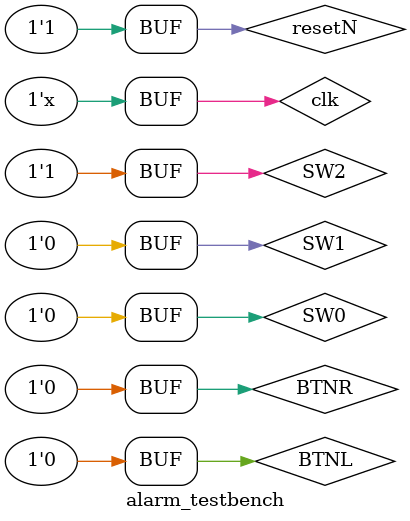
<source format=sv>
`timescale 1us / 1us

module alarm_testbench ();
  logic clk, resetN, BTNR, BTNL, SW0, SW1, SW2, LED0, LED1;
  logic [6:0] CAT;
  logic [7:0] AN;
  
  localparam CLK_TEST = 'd1_000;

  main #(CLK_TEST) alarm (
    .clk,
    .resetN,
    .BTNR,
    .BTNL,
    .SW0,
    .SW1,
    .SW2,
    .LED0,
    .LED1,
    .CAT,
    .AN
  );

  // generate a clock signal that inverts its value every five time units
	always  #1 clk=~clk;

  initial begin
    clk = 1'b0;
    resetN = 1'b1;
    BTNL = 1'b0;
    BTNR = 1'b0;
    SW0 = 1'b0;
    SW1 = 1'b0;
    SW2 = 1'b0;
    
    #60 resetN = 1'b0;
    #40 resetN = 1'b1;
    #50 SW1 = 1'b1;
    #50 BTNR = 1'b1;
    #50 BTNR = 1'b0;
    #50 SW1 = 1'b0;
    SW2 = 1'b1;
  end

endmodule
</source>
